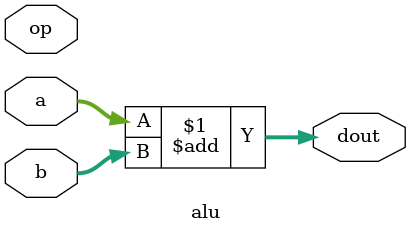
<source format=v>
`default_nettype none

module alu(input [31:0] a,
           input [31:0] b,
           input [3:0] op,
           output [31:0] dout);

   assign dout = a + b;

endmodule // alu

</source>
